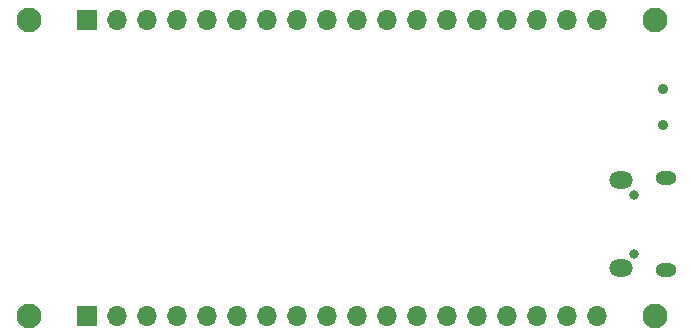
<source format=gbr>
%TF.GenerationSoftware,KiCad,Pcbnew,9.0.1*%
%TF.CreationDate,2025-04-04T14:44:14+02:00*%
%TF.ProjectId,stm32_red_pill,73746d33-325f-4726-9564-5f70696c6c2e,rev?*%
%TF.SameCoordinates,Original*%
%TF.FileFunction,Soldermask,Bot*%
%TF.FilePolarity,Negative*%
%FSLAX46Y46*%
G04 Gerber Fmt 4.6, Leading zero omitted, Abs format (unit mm)*
G04 Created by KiCad (PCBNEW 9.0.1) date 2025-04-04 14:44:14*
%MOMM*%
%LPD*%
G01*
G04 APERTURE LIST*
%ADD10C,2.100000*%
%ADD11R,1.700000X1.700000*%
%ADD12O,1.700000X1.700000*%
%ADD13O,0.800000X0.800000*%
%ADD14O,1.800000X1.150000*%
%ADD15O,2.000000X1.450000*%
%ADD16C,0.900000*%
G04 APERTURE END LIST*
D10*
%TO.C,H4*%
X83000000Y-114000000D03*
%TD*%
D11*
%TO.C,J2*%
X87900000Y-89000000D03*
D12*
X90440000Y-89000000D03*
X92980000Y-89000000D03*
X95520000Y-89000000D03*
X98060000Y-89000000D03*
X100600000Y-89000000D03*
X103140000Y-89000000D03*
X105680000Y-89000000D03*
X108220000Y-89000000D03*
X110760000Y-89000000D03*
X113300000Y-89000000D03*
X115840000Y-89000000D03*
X118380000Y-89000000D03*
X120920000Y-89000000D03*
X123460000Y-89000000D03*
X126000000Y-89000000D03*
X128540000Y-89000000D03*
X131080000Y-89000000D03*
%TD*%
D10*
%TO.C,H3*%
X136000000Y-114000000D03*
%TD*%
D13*
%TO.C,J1*%
X134195000Y-108755000D03*
X134195000Y-103755000D03*
D14*
X136945000Y-110130000D03*
D15*
X133145000Y-109980000D03*
X133145000Y-102530000D03*
D14*
X136945000Y-102380000D03*
%TD*%
D10*
%TO.C,H1*%
X83000000Y-89000000D03*
%TD*%
%TO.C,H2*%
X136000000Y-89000000D03*
%TD*%
D11*
%TO.C,J3*%
X87900000Y-114000000D03*
D12*
X90440000Y-114000000D03*
X92980000Y-114000000D03*
X95520000Y-114000000D03*
X98060000Y-114000000D03*
X100600000Y-114000000D03*
X103140000Y-114000000D03*
X105680000Y-114000000D03*
X108220000Y-114000000D03*
X110760000Y-114000000D03*
X113300000Y-114000000D03*
X115840000Y-114000000D03*
X118380000Y-114000000D03*
X120920000Y-114000000D03*
X123460000Y-114000000D03*
X126000000Y-114000000D03*
X128540000Y-114000000D03*
X131080000Y-114000000D03*
%TD*%
D16*
%TO.C,SW1*%
X136705000Y-97850000D03*
X136705000Y-94850000D03*
%TD*%
M02*

</source>
